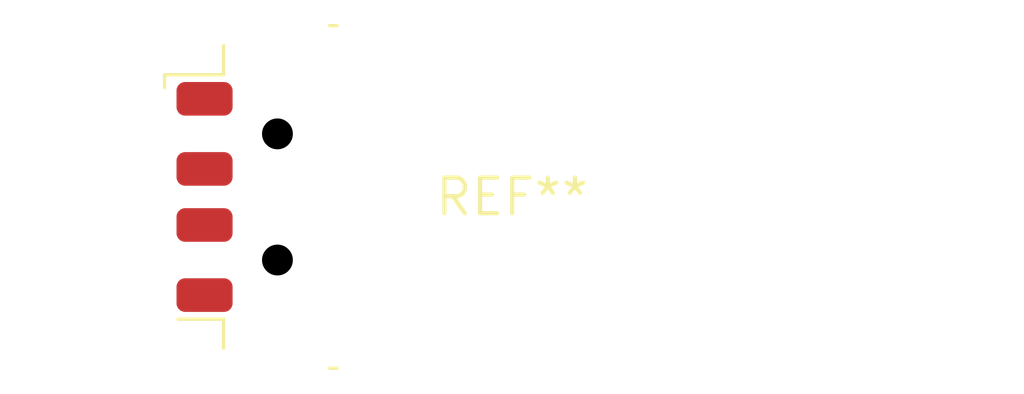
<source format=kicad_pcb>
(kicad_pcb (version 20240108) (generator pcbnew)
  (layers (0 "F.Cu" signal) (31 "B.Cu" signal) (34 "B.Paste" user) (35 "F.Paste" user) (36 "B.SilkS" user "B.Silkscreen") (37 "F.SilkS" user "F.Silkscreen") (38 "B.Mask" user) (39 "F.Mask" user) (44 "Edge.Cuts" user))
  (net 0 "")
  (footprint "USB_A_Molex_48037-2200_Horizontal" (layer "F.Cu") (at 0 0)
    (property "Reference" "REF**")
    (property "Value" "USB_A_Molex_48037-2200_Horizontal")
    (fp_line (start -12.4 -4.36) (end -12.4 -3.9) (layer "F.SilkS") (stroke (width 0.12)))
    (fp_line (start -12.4 -4.36) (end -10.3 -4.36) (layer "F.SilkS") (stroke (width 0.12)))
    (fp_line (start -11.92 4.36) (end -10.3 4.36) (layer "F.SilkS") (stroke (width 0.12)))
    (fp_line (start -10.3 -5.4) (end -10.3 -4.36) (layer "F.SilkS") (stroke (width 0.12)))
    (fp_line (start -10.3 4.36) (end -10.3 5.4) (layer "F.SilkS") (stroke (width 0.12)))
    (fp_line (start -6.515 -6.11) (end -6.245 -6.11) (layer "F.SilkS") (stroke (width 0.12)))
    (fp_line (start -6.515 6.11) (end -6.245 6.11) (layer "F.SilkS") (stroke (width 0.12)))
    (pad "" np_thru_hole circle (at -8.375 -2.25) (size 1.1 1.1) (drill 1.1) (layers *.Mask))
    (pad "" np_thru_hole circle (at -8.375 2.25) (size 1.1 1.1) (drill 1.1) (layers *.Mask))
    (pad "1" smd roundrect (at -10.975 -3.5) (size 2 1.2) (layers "F.Cu" "F.Paste" "F.Mask"))
    (pad "2" smd roundrect (at -10.975 -1) (size 2 1.2) (layers "F.Cu" "F.Paste" "F.Mask"))
    (pad "3" smd roundrect (at -10.975 1) (size 2 1.2) (layers "F.Cu" "F.Paste" "F.Mask"))
    (pad "4" smd roundrect (at -10.975 3.5) (size 2 1.2) (layers "F.Cu" "F.Paste" "F.Mask"))
    (pad "5" thru_hole oval (at -8.375 -5.85) (size 3.2 1.3) (drill oval 2.5 0.7) (layers *.Cu *.Mask) (remove_unused_layers))
    (pad "5" thru_hole oval (at -8.375 5.85) (size 3.2 1.3) (drill oval 2.5 0.7) (layers *.Cu *.Mask) (remove_unused_layers))
  )
)
</source>
